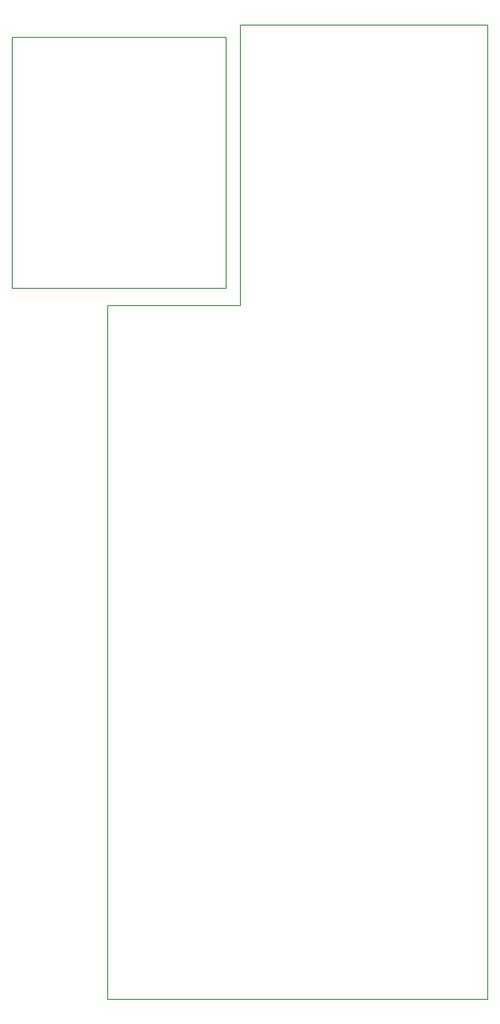
<source format=gbr>
G04 #@! TF.GenerationSoftware,KiCad,Pcbnew,(5.0.0)*
G04 #@! TF.CreationDate,2018-10-20T13:21:43+01:00*
G04 #@! TF.ProjectId,AD9833FunctionGenerator,41443938333346756E6374696F6E4765,rev?*
G04 #@! TF.SameCoordinates,Original*
G04 #@! TF.FileFunction,Profile,NP*
%FSLAX46Y46*%
G04 Gerber Fmt 4.6, Leading zero omitted, Abs format (unit mm)*
G04 Created by KiCad (PCBNEW (5.0.0)) date 10/20/18 13:21:43*
%MOMM*%
%LPD*%
G01*
G04 APERTURE LIST*
%ADD10C,0.150000*%
G04 APERTURE END LIST*
D10*
X132715000Y-231140000D02*
X132715000Y-63500000D01*
X50873681Y-108802698D02*
X87703681Y-108802698D01*
X50873681Y-65622698D02*
X50873681Y-108802698D01*
X87703681Y-65622698D02*
X50873681Y-65622698D01*
X87703681Y-108802698D02*
X87703681Y-65622698D01*
X67310000Y-231140000D02*
X67310000Y-111760000D01*
X90170000Y-111760000D02*
X90170000Y-63500000D01*
X67310000Y-111760000D02*
X90170000Y-111760000D01*
X132715000Y-231140000D02*
X67310000Y-231140000D01*
X90170000Y-63500000D02*
X132715000Y-63500000D01*
M02*

</source>
